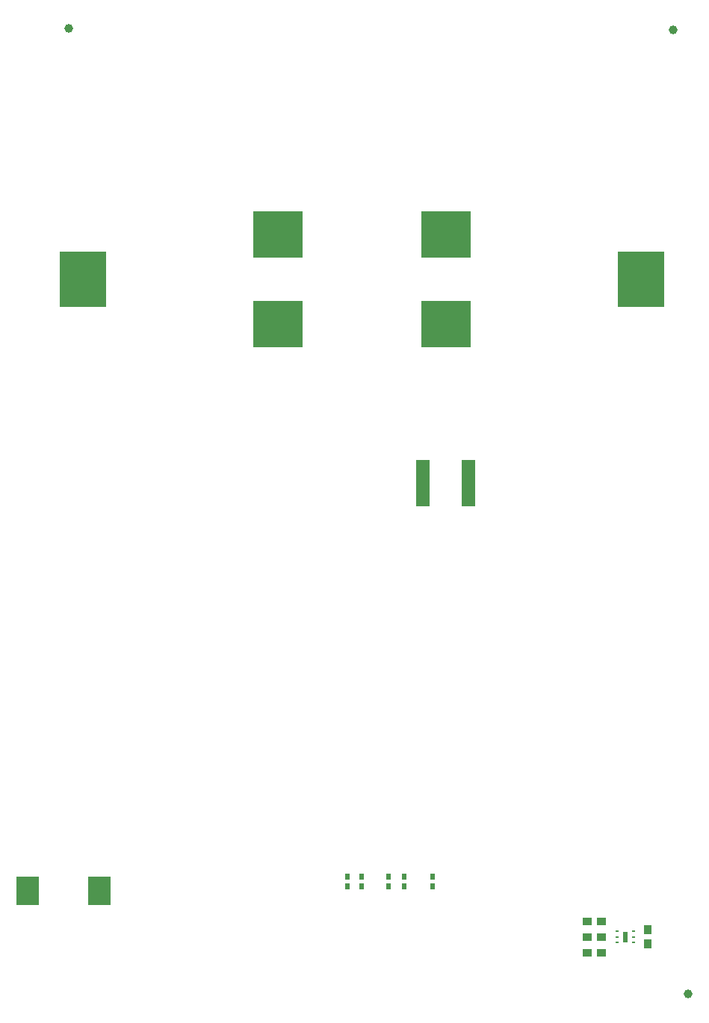
<source format=gtp>
G04 This is an RS-274x file exported by *
G04 gerbv version 2.8.0-rc.1~d7f42a *
G04 More information is available about gerbv at *
G04 https://gerbv.github.io/ *
G04 --End of header info--*
%MOIN*%
%FSLAX36Y36*%
%IPPOS*%
G04 --Define apertures--*
%ADD10C,0.0080*%
%ADD11C,0.0060*%
%ADD12C,0.0100*%
%ADD13R,0.0244X0.0492*%
%ADD14C,0.0394*%
%ADD15O,0.0197X0.0098*%
%ADD16R,0.0394X0.0374*%
%ADD17R,0.2201X0.2098*%
%ADD18R,0.2079X0.2500*%
%ADD19R,0.0984X0.1260*%
%ADD20R,0.0197X0.0276*%
%ADD21R,0.0374X0.0394*%
%ADD22R,0.0630X0.2087*%
G04 --Start main section--*
G54D13*
G01X4018690Y2615000D03*
G54D14*
G01X1536190Y6670000D03*
G01X4232190Y6664000D03*
G01X4297190Y2359000D03*
G54D15*
G01X4056090Y2589410D03*
G01X4056090Y2615000D03*
G01X4056090Y2640790D03*
G01X3981290Y2589410D03*
G01X3981290Y2615000D03*
G01X3981290Y2640590D03*
G54D16*
G01X3910190Y2615000D03*
G01X3847200Y2615000D03*
G01X3910190Y2545000D03*
G01X3847200Y2545000D03*
G01X3910190Y2685000D03*
G01X3847200Y2685000D03*
G54D17*
G01X3219700Y5750800D03*
G01X3219700Y5351200D03*
G01X2466680Y5351200D03*
G01X2466680Y5750800D03*
G54D18*
G01X4088800Y5551000D03*
G01X1597580Y5551000D03*
G54D19*
G01X1671590Y2821000D03*
G01X1352690Y2821000D03*
G54D20*
G01X3029920Y2840840D03*
G01X3029920Y2884150D03*
G01X2962920Y2839840D03*
G01X2962920Y2883150D03*
G01X2842190Y2840350D03*
G01X2842190Y2883650D03*
G01X2777690Y2839350D03*
G01X2777690Y2882650D03*
G01X3159420Y2840840D03*
G01X3159420Y2884150D03*
G54D21*
G01X4118690Y2583500D03*
G01X4118690Y2646500D03*
G54D22*
G01X3114830Y4639000D03*
G01X3319550Y4639000D03*
M02*

</source>
